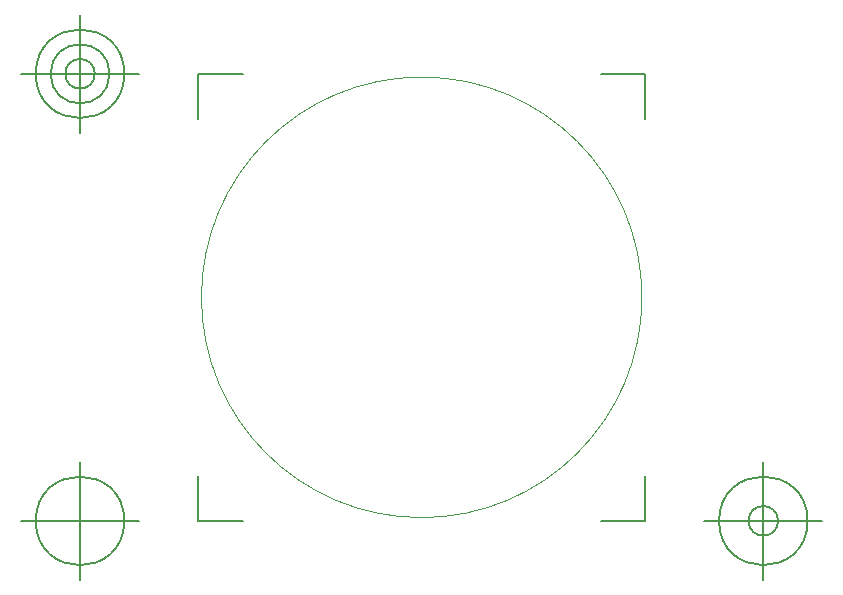
<source format=gbr>
G04 Generated by Ultiboard 13.0 *
%FSLAX34Y34*%
%MOMM*%

%ADD10C,0.0001*%
%ADD11C,0.0010*%
%ADD12C,0.1500*%


G04 ColorRGB 00FFFF for the following layer *
%LNBoard Outline*%
%LPD*%
G54D10*
G54D11*
X224255Y592300D02*
G75*
D01*
G02X224255Y592300I186495J0*
G01*
X224255Y592300D02*
G75*
D01*
G02X224255Y592300I186495J0*
G01*
G54D12*
X221485Y403035D02*
X221485Y440888D01*
X221485Y403035D02*
X259338Y403035D01*
X600015Y403035D02*
X562162Y403035D01*
X600015Y403035D02*
X600015Y440888D01*
X600015Y781565D02*
X600015Y743712D01*
X600015Y781565D02*
X562162Y781565D01*
X221485Y781565D02*
X259338Y781565D01*
X221485Y781565D02*
X221485Y743712D01*
X171485Y403035D02*
X71485Y403035D01*
X121485Y353035D02*
X121485Y453035D01*
X83985Y403035D02*
G75*
D01*
G02X83985Y403035I37500J0*
G01*
X650015Y403035D02*
X750015Y403035D01*
X700015Y353035D02*
X700015Y453035D01*
X662515Y403035D02*
G75*
D01*
G02X662515Y403035I37500J0*
G01*
X687515Y403035D02*
G75*
D01*
G02X687515Y403035I12500J0*
G01*
X171485Y781565D02*
X71485Y781565D01*
X121485Y731565D02*
X121485Y831565D01*
X83985Y781565D02*
G75*
D01*
G02X83985Y781565I37500J0*
G01*
X96485Y781565D02*
G75*
D01*
G02X96485Y781565I25000J0*
G01*
X108985Y781565D02*
G75*
D01*
G02X108985Y781565I12500J0*
G01*
X221485Y403035D02*
X221485Y440888D01*
X221485Y403035D02*
X259338Y403035D01*
X600015Y403035D02*
X562162Y403035D01*
X600015Y403035D02*
X600015Y440888D01*
X600015Y781565D02*
X600015Y743712D01*
X600015Y781565D02*
X562162Y781565D01*
X221485Y781565D02*
X259338Y781565D01*
X221485Y781565D02*
X221485Y743712D01*
X171485Y403035D02*
X71485Y403035D01*
X121485Y353035D02*
X121485Y453035D01*
X83985Y403035D02*
G75*
D01*
G02X83985Y403035I37500J0*
G01*
X650015Y403035D02*
X750015Y403035D01*
X700015Y353035D02*
X700015Y453035D01*
X662515Y403035D02*
G75*
D01*
G02X662515Y403035I37500J0*
G01*
X687515Y403035D02*
G75*
D01*
G02X687515Y403035I12500J0*
G01*
X171485Y781565D02*
X71485Y781565D01*
X121485Y731565D02*
X121485Y831565D01*
X83985Y781565D02*
G75*
D01*
G02X83985Y781565I37500J0*
G01*
X96485Y781565D02*
G75*
D01*
G02X96485Y781565I25000J0*
G01*
X108985Y781565D02*
G75*
D01*
G02X108985Y781565I12500J0*
G01*

M02*

</source>
